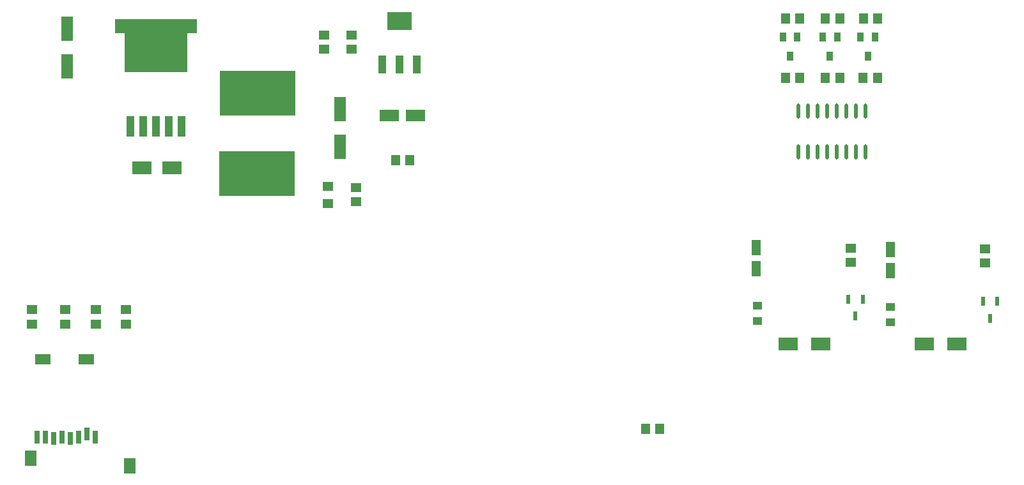
<source format=gtp>
G04*
G04 #@! TF.GenerationSoftware,Altium Limited,Altium Designer,21.2.1 (34)*
G04*
G04 Layer_Color=8421504*
%FSTAX24Y24*%
%MOIN*%
G70*
G04*
G04 #@! TF.SameCoordinates,F2E00263-BE93-4D19-96D2-DD2F20D6CEC5*
G04*
G04*
G04 #@! TF.FilePolarity,Positive*
G04*
G01*
G75*
%ADD18R,0.0421X0.1083*%
%ADD19R,0.3280X0.2752*%
%ADD20R,0.0630X0.1260*%
%ADD21R,0.0984X0.0630*%
%ADD22R,0.0787X0.0551*%
%ADD23R,0.0630X0.0787*%
%ADD24R,0.0315X0.0709*%
%ADD25O,0.0217X0.0787*%
%ADD26R,0.0335X0.0472*%
%ADD27R,0.0472X0.0551*%
%ADD28R,0.0394X0.0945*%
%ADD29R,0.1299X0.0945*%
%ADD30R,0.3937X0.2362*%
%ADD31R,0.0551X0.0472*%
%ADD32R,0.1043X0.0689*%
%ADD33R,0.0500X0.0394*%
%ADD34R,0.0472X0.0787*%
%ADD35R,0.0550X0.0500*%
%ADD36R,0.0236X0.0453*%
%ADD37R,0.0984X0.0669*%
G36*
X020026Y047628D02*
X01954D01*
Y045624D01*
X01626D01*
Y047628D01*
X015774D01*
Y048376D01*
X020026D01*
Y047628D01*
D02*
G37*
D18*
X016561Y042787D02*
D03*
X017231D02*
D03*
X0179D02*
D03*
X018569D02*
D03*
X019239D02*
D03*
D19*
X0179Y047D02*
D03*
D20*
X01325Y047884D02*
D03*
Y045916D02*
D03*
X0275Y041716D02*
D03*
Y043684D02*
D03*
D21*
X031439Y04335D02*
D03*
X030061D02*
D03*
D22*
X012006Y0306D02*
D03*
X01425D02*
D03*
D23*
X016533Y025041D02*
D03*
X011348Y025435D02*
D03*
D24*
X013852Y026557D02*
D03*
X014285Y026714D02*
D03*
X013419Y026478D02*
D03*
X012986Y026557D02*
D03*
X012553Y026478D02*
D03*
X01212Y026557D02*
D03*
X011687D02*
D03*
X014719D02*
D03*
D25*
X0549Y043563D02*
D03*
X0544D02*
D03*
X0539D02*
D03*
X0534D02*
D03*
X0529D02*
D03*
X0524D02*
D03*
X0519D02*
D03*
X0514D02*
D03*
X0549Y041437D02*
D03*
X0544D02*
D03*
X0539D02*
D03*
X0534D02*
D03*
X0529D02*
D03*
X0524D02*
D03*
X0519D02*
D03*
X0514D02*
D03*
D26*
X054634Y047442D02*
D03*
X055392Y04744D02*
D03*
X05502Y046458D02*
D03*
X052658Y047442D02*
D03*
X053416Y04744D02*
D03*
X053044Y046458D02*
D03*
X050584Y047442D02*
D03*
X051342Y04744D02*
D03*
X05097Y046458D02*
D03*
D27*
X050728Y048426D02*
D03*
X051476D02*
D03*
X051472Y045324D02*
D03*
X050724D02*
D03*
X053547D02*
D03*
X052799D02*
D03*
X055522D02*
D03*
X054774D02*
D03*
X054778Y048426D02*
D03*
X055526D02*
D03*
X052802D02*
D03*
X05355D02*
D03*
X044172Y026974D02*
D03*
X043424D02*
D03*
X031126Y040999D02*
D03*
X030378D02*
D03*
D28*
X029694Y046008D02*
D03*
X0306D02*
D03*
X031506D02*
D03*
D29*
X0306Y048292D02*
D03*
D30*
X023161Y040327D02*
D03*
X0232Y0445D02*
D03*
D31*
X054124Y036426D02*
D03*
Y035678D02*
D03*
X016324Y032452D02*
D03*
Y0332D02*
D03*
X014774D02*
D03*
Y032452D02*
D03*
X01315Y0332D02*
D03*
Y032452D02*
D03*
X011424D02*
D03*
Y0332D02*
D03*
X028324Y038839D02*
D03*
Y039587D02*
D03*
X028101Y047549D02*
D03*
Y046801D02*
D03*
X02665Y046802D02*
D03*
Y04755D02*
D03*
X061124Y035628D02*
D03*
Y036376D02*
D03*
D32*
X057954Y0314D02*
D03*
X059646D02*
D03*
X050854D02*
D03*
X052546D02*
D03*
D33*
X0562Y03335D02*
D03*
Y03255D02*
D03*
X04925Y0334D02*
D03*
Y0326D02*
D03*
D34*
X0492Y035349D02*
D03*
Y036451D02*
D03*
X0562Y035249D02*
D03*
Y036351D02*
D03*
D35*
X02685Y03875D02*
D03*
Y03965D02*
D03*
D36*
X054748Y03375D02*
D03*
X054D02*
D03*
X054374Y032864D02*
D03*
X061774Y033643D02*
D03*
X061026D02*
D03*
X0614Y032757D02*
D03*
D37*
X018737Y0406D02*
D03*
X017163D02*
D03*
M02*

</source>
